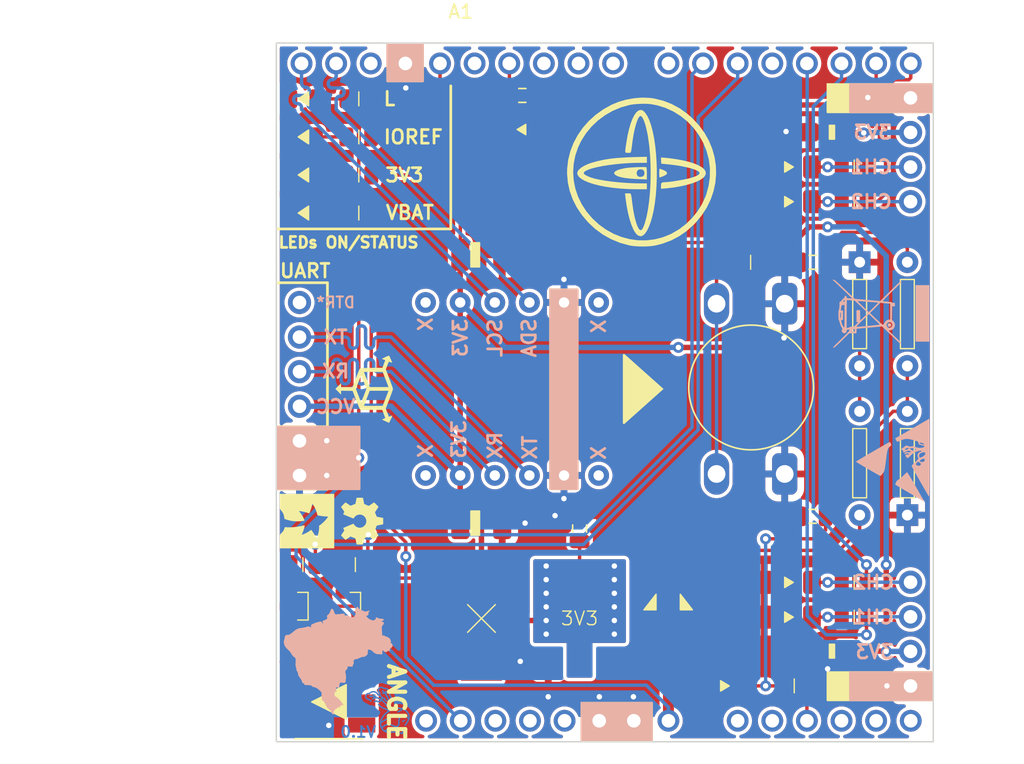
<source format=kicad_pcb>
(kicad_pcb (version 20221018) (generator pcbnew)
  (layers (0 "F.Cu" signal) (31 "B.Cu" signal) (34 "B.Paste" user) (35 "F.Paste" user) (36 "B.SilkS" user "B.Silkscreen") (37 "F.SilkS" user "F.Silkscreen") (38 "B.Mask" user) (39 "F.Mask" user) (44 "Edge.Cuts" user))
  (net 0 "")
  (net 2 "IOREF")
  (net 6 "GND")
  (net 7 "VDD")
  (net 10 "VBAT")
  (net 14 "CH1")
  (net 15 "CH2")
  (net 16 "CH3")
  (net 17 "CH4")
  (net 19 "LED_R")
  (net 20 "LED_B")
  (net 25 "ST")
  (net 27 "LED_L")
  (net 29 "SDA")
  (net 30 "SCL")
  (net 31 "Net-(C1-Pad1)")
  (net 32 "Net-(D1-K)")
  (net 33 "Net-(D3-A)")
  (net 34 "Net-(D4-A)")
  (net 35 "Net-(D5-A)")
  (net 36 "Net-(D6-A)")
  (net 37 "Net-(D7-K)")
  (net 38 "Net-(D8-K)")
  (net 39 "Net-(D9-K)")
  (net 40 "Net-(D10-K)")
  (net 43 "R")
  (net 44 "B")
  (net 45 "+3V3")
  (net 47 "RX")
  (net 48 "TX")
  (net 53 "Net-(Q1-B)")
  (net 54 "Net-(Q2-B)")
  (net 55 "Net-(D11-GA)")
  (net 56 "Net-(D11-RA)")
  (net 57 "Net-(U1-VO)")
  (footprint "Resistor_SMD:R_0805_2012Metric" (layer "F.Cu") (at 136 115.4 180)
    (fp_text reference "R19")
    (fp_text value "1k")
  )
  (footprint "Diode_SMD:D_MiniMELF" (layer "F.Cu") (at 148.25 83.45)
    (fp_text reference "D2")
    (fp_text value "3V3" hide)
  )
  (footprint "Resistor_THT:R_Axial_DIN0207_L6.3mm_D2.5mm_P7.62mm_Horizontal" (layer "F.Cu") (at 173 97 90)
    (fp_text reference "R2" hide)
    (fp_text value "47k" hide)
  )
  (footprint "Resistor_SMD:R_0805_2012Metric" (layer "F.Cu") (at 172.6 86.2)
    (fp_text reference "R16")
    (fp_text value "1k")
  )
  (footprint "PCM_Package_TO_SOT_SMD_AKL:SOT-23" (layer "F.Cu") (at 132.15 118.45)
    (fp_text reference "Q1")
    (fp_text value "BC817" hide)
  )
  (footprint "Resistor_SMD:R_0805_2012Metric" (layer "F.Cu") (at 165 93.2 180)
    (fp_text reference "R9")
    (fp_text value "10k")
  )
  (footprint "Components:IMU" (layer "F.Cu") (at 147.5 102.5 90)
    (fp_text reference "J3")
    (fp_text value "IMU")
  )
  (footprint "Capacitor_SMD:C_0805_2012Metric" (layer "F.Cu") (at 152.45 112.75 90)
    (fp_text reference "C5")
    (fp_text value "1uF")
  )
  (footprint "Connector_PinHeader_2.54mm:PinHeader_1x06_P2.54mm_Horizontal" (layer "F.Cu") (at 131.9 102.5)
    (fp_text reference "J4" hide)
    (fp_text value "Modu" hide)
  )
  (footprint "Capacitor_Tantalum_SMD:CP_EIA-3528-21_Kemet-B" (layer "F.Cu") (at 145.2375 92.65)
    (fp_text reference "C12")
    (fp_text value "1uF")
  )
  (footprint "Logo_Icons:IMU" (layer "F.Cu") (at 157 86.5 180)
    (fp_text reference "G***")
    (fp_text value "LOGO" hide)
  )
  (footprint "Diode_SMD:D_MiniMELF" (layer "F.Cu") (at 167.75 119.25 180)
    (fp_text reference "D7")
    (fp_text value "3V3" hide)
  )
  (footprint "Diode_SMD:D_MiniMELF" (layer "F.Cu") (at 167.75 88.75 180)
    (fp_text reference "D10")
    (fp_text value "3V3" hide)
  )
  (footprint "Capacitor_SMD:C_0805_2012Metric" (layer "F.Cu") (at 169.55 111.85 180)
    (fp_text reference "C2")
    (fp_text value "100nF")
  )
  (footprint "LED_SMD:LED_RGB_5050-6" (layer "F.Cu") (at 134.0612 125.476)
    (fp_text reference "D11")
    (fp_text value "LED_RGB")
  )
  (footprint "Capacitor_Tantalum_SMD:CP_EIA-3216-18_Kemet-A" (layer "F.Cu") (at 170.65 83.65 180)
    (fp_text reference "C10")
    (fp_text value "1uF")
  )
  (footprint "Button_Switch_THT:SW_PUSH-12mm" (layer "F.Cu") (at 162.5 108.74 90)
    (fp_text reference "SW1")
    (fp_text value "Push")
  )
  (footprint "Capacitor_SMD:CP_Elec_4x3.9" (layer "F.Cu") (at 158.95 119.35 90)
    (fp_text reference "C3")
    (fp_text value "10uF")
  )
  (footprint "Logo_Icons:pololu" (layer "F.Cu") (at 132.45 112.2 -90)
    (fp_text reference "G***")
    (fp_text value "LOGO" hide)
  )
  (footprint "Capacitor_Tantalum_SMD:CP_EIA-3528-21_Kemet-B" (layer "F.Cu") (at 145.2375 112.35)
    (fp_text reference "C11")
    (fp_text value "1uF")
  )
  (footprint "Diode_SMD:D_MiniMELF" (layer "F.Cu") (at 167.75 116.7 180)
    (fp_text reference "D8")
    (fp_text value "3V3" hide)
  )
  (footprint "Module:Arduino_UNO_R3" (layer "F.Cu") (at 145 104)
    (fp_text reference "A1")
    (fp_text value "Arduino_UNO_R3")
  )
  (footprint "Capacitor_SMD:C_0805_2012Metric" (layer "F.Cu") (at 148.25 80.95)
    (fp_text reference "C8")
    (fp_text value "100nF")
  )
  (footprint "LED_SMD:LED_0805_2012Metric" (layer "F.Cu") (at 132.1875 81.2)
    (fp_text reference "D6")
    (fp_text value "Y")
  )
  (footprint "Resistor_SMD:R_0805_2012Metric" (layer "F.Cu") (at 136.2515 81.2 180)
    (fp_text reference "R13")
    (fp_text value "1k")
  )
  (footprint "Resistor_SMD:R_0805_2012Metric" (layer "F.Cu") (at 172.6 119.25)
    (fp_text reference "R14")
    (fp_text value "1k")
  )
  (footprint "Capacitor_Tantalum_SMD:CP_EIA-3216-18_Kemet-A" (layer "F.Cu") (at 170.65 121.75 180)
    (fp_text reference "C9")
    (fp_text value "1uF")
  )
  (footprint "LED_SMD:LED_0805_2012Metric" (layer "F.Cu") (at 132.1875 83.994)
    (fp_text reference "D5")
    (fp_text value "G")
  )
  (footprint "Resistor_SMD:R_0805_2012Metric" (layer "F.Cu") (at 136.2515 86.788 180)
    (fp_text reference "R11")
    (fp_text value "1k")
  )
  (footprint "Resistor_SMD:R_0805_2012Metric" (layer "F.Cu") (at 136.2515 83.994 180)
    (fp_text reference "R12")
    (fp_text value "1k")
  )
  (footprint "Resistor_THT:R_Axial_DIN0207_L6.3mm_D2.5mm_P7.62mm_Horizontal" (layer "F.Cu") (at 176.5 97 -90)
    (fp_text reference "R3")
    (fp_text value "47k")
  )
  (footprint "PCM_Package_TO_SOT_SMD_AKL:SOT-23" (layer "F.Cu") (at 136 118.45)
    (fp_text reference "Q2")
    (fp_text value "BC817" hide)
  )
  (footprint "LED_SMD:LED_0805_2012Metric" (layer "F.Cu") (at 132.1875 86.788)
    (fp_text reference "D4")
    (fp_text value "G")
  )
  (footprint "Fuse:Fuseholder_Littelfuse_Nano2_157x" (layer "F.Cu") (at 145.25 119.35 90)
    (fp_text reference "F1")
    (fp_text value "Fuse")
  )
  (footprint "Resistor_SMD:R_0805_2012Metric" (layer "F.Cu") (at 136 121.5 180)
    (fp_text reference "R20")
    (fp_text value "1k")
  )
  (footprint "Connector_PinHeader_2.54mm:PinHeader_1x04_P2.54mm_Vertical" (layer "F.Cu") (at 176.7332 84.9376)
    (fp_text reference "J2")
    (fp_text value "Modu")
  )
  (footprint "Logo_Icons:OSHW" (layer "F.Cu") (at 136.5 112.2 -90)
    (fp_text reference "G***")
    (fp_text value "LOGO" hide)
  )
  (footprint "Resistor_SMD:R_0805_2012Metric" (layer "F.Cu") (at 132.15 121.5 180)
    (fp_text reference "R21")
    (fp_text value "1k")
  )
  (footprint "Capacitor_SMD:C_0805_2012Metric" (layer "F.Cu") (at 169.55 93.2 180)
    (fp_text reference "C1")
    (fp_text value "100nF")
  )
  (footprint "Package_TO_SOT_SMD:SOT-223-3_TabPin2" (layer "F.Cu") (at 152.45 119.35 90)
    (fp_text reference "U1")
    (fp_text value "AMS1117-3.3")
  )
  (footprint "Diode_SMD:D_MiniMELF" (layer "F.Cu") (at 163.05 124.3 180)
    (fp_text reference "D1")
    (fp_text value "3V3" hide)
  )
  (footprint "Resistor_SMD:R_0805_2012Metric" (layer "F.Cu") (at 172.6 116.7)
    (fp_text reference "R15")
    (fp_text value "1k")
  )
  (footprint "Resistor_SMD:R_0805_2012Metric" (layer "F.Cu") (at 136.2515 89.582 180)
    (fp_text reference "R10")
    (fp_text value "10k")
  )
  (footprint "Resistor_SMD:R_0805_2012Metric" (layer "F.Cu") (at 132.15 115.4 180)
    (fp_text reference "R18")
    (fp_text value "1k")
  )
  (footprint "Resistor_THT:R_Axial_DIN0207_L6.3mm_D2.5mm_P7.62mm_Horizontal" (layer "F.Cu") (at 173 107.95 90)
    (fp_text reference "R1")
    (fp_text value "47k")
  )
  (footprint "Logo_Icons:accelerometer" (layer "F.Cu") (at 136.652 102.5144 90)
    (fp_text reference "G***")
    (fp_text value "LOGO" hide)
  )
  (footprint "Diode_SMD:D_MiniMELF" (layer "F.Cu") (at 167.75 86.2 180)
    (fp_text reference "D9")
    (fp_text value "3V3" hide)
  )
  (footprint "Resistor_SMD:R_0805_2012Metric" (layer "F.Cu") (at 168.2 124.3)
    (fp_text reference "R5")
    (fp_text value "1k")
  )
  (footprint "Resistor_THT:R_Axial_DIN0207_L6.3mm_D2.5mm_P7.62mm_Horizontal" (layer "F.Cu") (at 176.5 107.95 -90)
    (fp_text reference "R4")
    (fp_text value "47k")
  )
  (footprint "Connector_PinHeader_2.54mm:PinHeader_1x04_P2.54mm_Vertical" (layer "F.Cu") (at 176.7332 120.4976 180)
    (fp_text reference "J1")
    (fp_text value "Modu")
  )
  (footprint "LED_SMD:LED_0805_2012Metric" (layer "F.Cu") (at 132.1875 89.582)
    (fp_text reference "D3")
    (fp_text value "G")
  )
  (footprint "Resistor_SMD:R_0805_2012Metric" (layer "F.Cu") (at 172.6 88.75)
    (fp_text reference "R17")
    (fp_text value "1k")
  )
  (footprint "Logo_Icons:brazil" (layer "B.Cu") (at 134.747 122.428 180)
    (fp_text reference "G***")
    (fp_text value "LOGO" hide)
  )
  (footprint "Logo_Icons:ESD" (layer "B.Cu") (at 175.5648 107.95 -90)
    (fp_text reference "G***")
    (fp_text value "LOGO" hide)
  )
  (footprint "Logo_Icons:EG" (layer "B.Cu") (at 174.5488 96.9772 -90)
    (fp_text reference "G***")
    (fp_text value "LOGO" hide)
  )
  (footprint "Logo_Icons:nabo" (layer "B.Cu") (at 138.35 126.1 180)
    (fp_text reference "G***")
    (fp_text value "LOGO" hide)
  )
  (gr_rect (start 172.3 80.125) (end 178.3 82.175) (stroke (width 0.15)) (fill solid) (layer "B.SilkS"))
  (gr_rect (start 130.3 105.2746) (end 136.3 109.85) (stroke (width 0.15)) (fill solid) (layer "B.SilkS"))
  (gr_rect (start 152.6 125.55) (end 157.75 128.3) (stroke (width 0.15)) (fill solid) (layer "B.SilkS"))
  (gr_rect (start 150.3 95.2) (end 152.3 109.85) (stroke (width 0.15)) (fill solid) (layer "B.SilkS"))
  (gr_rect (start 138.35 77.2) (end 140.95 79.9) (stroke (width 0.15)) (fill solid) (layer "B.SilkS"))
  (gr_rect (start 172.3 123.3) (end 178.3 125.35) (stroke (width 0.15)) (fill solid) (layer "B.SilkS"))
  (gr_rect (start 138.35 77.2) (end 140.95 79.9) (stroke (width 0.15)) (fill solid) (layer "F.SilkS"))
  (gr_line (start 143 90.75) (end 130.3 90.75) (stroke (width 0.2)) (layer "F.SilkS"))
  (gr_poly (pts (xy 158.5 102.5) (xy 155.7 105) (xy 155.7 100)) (stroke (width 0.15)) (fill solid) (layer "F.SilkS"))
  (gr_line (start 143 80.25) (end 143 90.75) (stroke (width 0.2)) (layer "F.SilkS"))
  (gr_rect (start 152.6 125.55) (end 157.75 128.3) (stroke (width 0.15)) (fill solid) (layer "F.SilkS"))
  (gr_rect (start 130.3 105.2492) (end 133.9628 109.8754) (stroke (width 0.15)) (fill solid) (layer "F.SilkS"))
  (gr_rect (start 170.649 123.3) (end 178.3 125.35) (stroke (width 0.15)) (fill solid) (layer "F.SilkS"))
  (gr_line (start 133.95 109.85) (end 133.95 94.7) (stroke (width 0.2)) (layer "F.SilkS"))
  (gr_rect (start 170.649 80.125) (end 178.3 82.175) (stroke (width 0.15)) (fill solid) (layer "F.SilkS"))
  (gr_rect (start 150.3 95.2) (end 152.3 109.85) (stroke (width 0.15)) (fill solid) (layer "F.SilkS"))
  (gr_line (start 130.25 94.7) (end 133.95 94.7) (stroke (width 0.2)) (layer "F.SilkS"))
  (gr_rect (start 130.2 77.1) (end 178.4 128.4) (stroke (width 0.1)) (fill none) (layer "Edge.Cuts"))
  (gr_text "V1.0" (at 137.6 128.15) (layer "B.Cu") (effects (font (size 0.8 0.8) (thickness 0.15) bold) (justify left bottom mirror)))
  (gr_text "RX" (at 134.55 101.2) (layer "B.SilkS") (effects (font (size 1 1) (thickness 0.2) bold) (justify mirror)))
  (gr_text "DTR*" (at 134.55 96.15) (layer "B.SilkS") (effects (font (size 0.8 0.8)) (justify mirror)))
  (gr_text "3V3" (at 173.95 83.65) (layer "B.SilkS") (effects (font (size 1 1) (thickness 0.2) bold) (justify mirror)))
  (gr_text "3V3" (at 143.6 106.2 90) (layer "B.SilkS") (effects (font (size 1 1) (thickness 0.2) bold) (justify mirror)))
  (gr_text "RX" (at 146.25 106.65 90) (layer "B.SilkS") (effects (font (size 1 1) (thickness 0.2) bold) (justify mirror)))
  (gr_text "TX" (at 148.8 106.8 90) (layer "B.SilkS") (effects (font (size 1 1) (thickness 0.2) bold) (justify mirror)))
  (gr_text "X" (at 141.15 107.05 90) (layer "B.SilkS") (effects (font (size 1 1) (thickness 0.2) bold) (justify mirror)))
  (gr_text "SDA" (at 148.75 98.75 90) (layer "B.SilkS") (effects (font (size 1 1) (thickness 0.2) bold) (justify mirror)))
  (gr_text "CH1" (at 174 119.25) (layer "B.SilkS") (effects (font (size 1 1) (thickness 0.2) bold) (justify mirror)))
  (gr_text "CH2" (at 174 116.7) (layer "B.SilkS") (effects (font (size 1 1) (thickness 0.2) bold) (justify mirror)))
  (gr_text "VCC" (at 134.55 103.8) (layer "B.SilkS") (effects (font (size 1 1) (thickness 0.2) bold) (justify mirror)))
  (gr_text "CH1" (at 173.85 86.2) (layer "B.SilkS") (effects (font (size 1 1) (thickness 0.2) bold) (justify mirror)))
  (gr_text "SCL" (at 146.25 98.75 90) (layer "B.SilkS") (effects (font (size 1 1) (thickness 0.2) bold) (justify mirror)))
  (gr_text "X" (at 141.15 97.75 90) (layer "B.SilkS") (effects (font (size 1 1) (thickness 0.2) bold) (justify mirror)))
  (gr_text "X" (at 153.85 97.9 90) (layer "B.SilkS") (effects (font (size 1 1) (thickness 0.2) bold) (justify mirror)))
  (gr_text "TX" (at 134.55 98.7) (layer "B.SilkS") (effects (font (size 1 1) (thickness 0.2) bold) (justify mirror)))
  (gr_text "CH2" (at 173.85 88.75) (layer "B.SilkS") (effects (font (size 1 1) (thickness 0.2) bold) (justify mirror)))
  (gr_text "3V3" (at 143.7 98.75 90) (layer "B.SilkS") (effects (font (size 1 1) (thickness 0.2) bold) (justify mirror)))
  (gr_text "3V3" (at 174.1 121.8) (layer "B.SilkS") (effects (font (size 1 1) (thickness 0.2) bold) (justify mirror)))
  (gr_text "X" (at 153.85 107.2 90) (layer "B.SilkS") (effects (font (size 1 1) (thickness 0.2) bold) (justify mirror)))
  (gr_text "ANGLE" (at 139 125.5 270) (layer "F.SilkS") (effects (font (size 1.2 1.2) (thickness 0.3) bold)))
  (gr_text "LEDs ON/STATUS" (at 135.5 91.7448) (layer "F.SilkS") (effects (font (size 0.8 0.8) (thickness 0.2) bold)))
  (gr_text "3V3" (at 139.6 86.8) (layer "F.SilkS") (effects (font (size 1 1) (thickness 0.2) bold)))
  (gr_text "L" (at 138.5 81.2) (layer "F.SilkS") (effects (font (size 1 1) (thickness 0.2) bold)))
  (gr_text "IOREF" (at 140.25 84) (layer "F.SilkS") (effects (font (size 1 1) (thickness 0.2) bold)))
  (gr_text "VBAT" (at 140 89.55) (layer "F.SilkS") (effects (font (size 1 1) (thickness 0.2) bold)))
  (gr_text "UART" (at 130.35 93.8276) (layer "F.SilkS") (effects (font (size 1 1) (thickness 0.2) bold) (justify left)))
  (segment (start 137.164 84.136) (end 137.164 83.994) (width 0.25) (layer "F.Cu") (net 2))
  (segment (start 136.25 107.55) (end 136.25 85.05) (width 0.25) (layer "F.Cu") (net 2))
  (segment (start 136.25 85.05) (end 137.164 84.136) (width 0.25) (layer "F.Cu") (net 2))
  (via (at 136.25 107.55) (size 0.8) (drill 0.4) (layers "F.Cu" "B.Cu") (net 2))
  (segment (start 136.25 107.55) (end 136.25 108.2) (width 0.25) (layer "B.Cu") (net 2))
  (segment (start 136.25 108.2) (end 131.65 112.8) (width 0.25) (layer "B.Cu") (net 2))
  (segment (start 131.65 114.78) (end 143.73 126.86) (width 0.25) (layer "B.Cu") (net 2))
  (segment (start 131.65 112.8) (end 131.65 114.78) (width 0.25) (layer "B.Cu") (net 2))
  (via (at 156.4 125.1) (size 0.8) (drill 0.4) (layers "F.Cu" "B.Cu") (net 6))
  (via (at 153.9 125.1) (size 0.8) (drill 0.4) (layers "F.Cu" "B.Cu") (net 6))
  (via (at 167.45 98.75) (size 0.8) (drill 0.4) (layers "F.Cu" "B.Cu") (net 6))
  (via (at 170.65 123.05) (size 0.8) (drill 0.4) (layers "F.Cu" "B.Cu") (net 6))
  (via (at 148.1 122.5) (size 0.8) (drill 0.4) (layers "F.Cu" "B.Cu") (net 6))
  (via (at 150.65 111.8) (size 0.8) (drill 0.4) (layers "F.Cu" "B.Cu") (net 6))
  (via (at 151.3 110.55) (size 0.8) (drill 0.4) (layers "F.Cu" "B.Cu") (net 6))
  (via (at 150.15 125.1) (size 0.8) (drill 0.4) (layers "F.Cu" "B.Cu") (net 6))
  (via (at 133.9 106.3) (size 0.8) (drill 0.4) (layers "F.Cu" "B.Cu") (net 6))
  (via (at 139.7 80.4) (size 0.8) (drill 0.4) (layers "F.Cu" "B.Cu") (net 6))
  (via (at 173.6 81.1) (size 0.8) (drill 0.4) (layers "F.Cu" "B.Cu") (net 6))
  (via (at 134.05 127.2) (size 0.8) (drill 0.4) (layers "F.Cu" "B.Cu") (net 6))
  (via (at 133.9 108.85) (size 0.8) (drill 0.4) (layers "F.Cu" "B.Cu") (net 6))
  (via (at 148.45 112.35) (size 0.8) (drill 0.4) (layers "F.Cu" "B.Cu") (net 6))
  (via (at 151.3 94.45) (size 0.8) (drill 0.4) (layers "F.Cu" "B.Cu") (net 6))
  (via (at 175 124.3) (size 0.8) (drill 0.4) (layers "F.Cu" "B.Cu") (net 6))
  (via (at 167.6 83.6) (size 0.8) (drill 0.4) (layers "F.Cu" "B.Cu") (net 6))
  (segment (start 158.97 121.17) (end 158.95 121.15) (width 0.25) (layer "F.Cu") (net 7))
  (segment (start 157.45 121.15) (end 158.95 121.15) (width 0.8) (layer "F.Cu") (net 7))
  (segment (start 139.7 114.8) (end 139.7 113.75) (width 0.25) (layer "F.Cu") (net 7))
  (segment (start 160.05 121.15) (end 161.1 120.1) (width 0.25) (layer "F.Cu") (net 7))
  (segment (start 154.75 122.5) (end 156.1 122.5) (width 0.8) (layer "F.Cu") (net 7))
  (segment (start 173 112.85) (end 173 111.76) (width 0.25) (layer "F.Cu") (net 7))
  (segment (start 139.7 113.75) (end 137.164 111.214) (width 0.25) (layer "F.Cu") (net 7))
  (segment (start 161.1 115.8) (end 162.55 114.35) (width 0.25) (layer "F.Cu") (net 7))
  (segment (start 158.95 121.15) (end 160.05 121.15) (width 0.25) (layer "F.Cu") (net 7))
  (segment (start 161.1 120.1) (end 161.1 115.8) (width 0.25) (layer "F.Cu") (net 7))
  (segment (start 162.55 114.35) (end 171.5 114.35) (width 0.25) (layer "F.Cu") (net 7))
  (segment (start 171.5 114.35) (end 173 112.85) (width 0.25) (layer "F.Cu") (net 7))
  (segment (start 137.164 111.214) (end 137.164 89.582) (width 0.25) (layer "F.Cu") (net 7))
  (segment (start 156.1 122.5) (end 157.45 121.15) (width 0.8) (layer "F.Cu") (net 7))
  (segment (start 158.97 126.86) (end 158.97 121.17) (width 0.8) (layer "F.Cu") (net 7))
  (via (at 139.7 114.8) (size 0.8) (drill 0.4) (layers "F.Cu" "B.Cu") (net 7))
  (segment (start 158.97 125.87) (end 158.97 126.86) (width 0.25) (layer "B.Cu") (net 7))
  (segment (start 141.756396 124.25) (end 157.35 124.25) (width 0.25) (layer "B.Cu") (net 7))
  (segment (start 139.7 114.8) (end 139.7 122.193604) (width 0.25) (layer "B.Cu") (net 7))
  (segment (start 157.35 124.25) (end 158.97 125.87) (width 0.25) (layer "B.Cu") (net 7))
  (segment (start 139.7 122.193604) (end 141.756396 124.25) (width 0.25) (layer "B.Cu") (net 7))
  (segment (start 169.13 126.86) (end 169.13 124.3175) (width 0.25) (layer "F.Cu") (net 10))
  (segment (start 169.13 124.3175) (end 169.1125 124.3) (width 0.25) (layer "F.Cu") (net 10))
  (segment (start 176.75 78.6) (end 176.75 79.65) (width 0.25) (layer "F.Cu") (net 14))
  (segment (start 175.55 79.8) (end 174.9 80.45) (width 0.25) (layer "F.Cu") (net 14))
  (segment (start 176.6 79.8) (end 175.55 79.8) (width 0.25) (layer "F.Cu") (net 14))
  (segment (start 174.9 80.45) (end 174.9 88.15) (width 0.25) (layer "F.Cu") (net 14))
  (segment (start 176.75 79.65) (end 176.6 79.8) (width 0.25) (layer "F.Cu") (net 14))
  (segment (start 174.3 88.75) (end 173.5125 88.75) (width 0.25) (layer "F.Cu") (net 14))
  (segment (start 174.9 88.15) (end 174.3 88.75) (width 0.25) (layer "F.Cu") (net 14))
  (segment (start 174.45 84.3) (end 173.5125 85.2375) (width 0.25) (layer "F.Cu") (net 15))
  (segment (start 174.21 80.21) (end 174.45 80.45) (width 0.25) (layer "F.Cu") (net 15))
  (segment (start 174.21 78.6) (end 174.21 80.21) (width 0.25) (layer "F.Cu") (net 15))
  (segment (start 173.5125 85.2375) (end 173.5125 86.2) (width 0.25) (layer "F.Cu") (net 15))
  (segment (start 174.45 80.45) (end 174.45 84.3) (width 0.25) (layer "F.Cu") (net 15))
  (segment (start 173.5 116.6875) (end 173.5125 116.7) (width 0.25) (layer "F.Cu") (net 16))
  (segment (start 173.5 115.4) (end 173.5 116.6875) (width 0.25) (layer "F.Cu") (net 16))
  (via (at 173.5 115.4) (size 0.8) (drill 0.4) (layers "F.Cu" "B.Cu") (net 16))
  (segment (start 171.67 79.68) (end 169.6 81.75) (width 0.25) (layer "B.Cu") (net 16))
  (segment (start 171.67 78.6) (end 171.67 79.68) (width 0.25) (layer "B.Cu") (net 16))
  (segment (start 169.6 81.75) (end 169.6 111.5) (width 0.25) (layer "B.Cu") (net 16))
  (segment (start 169.6 111.5) (end 173.5 115.4) (width 0.25) (layer "B.Cu") (net 16))
  (segment (start 173.5 120.55) (end 173.5 119.2625) (width 0.25) (layer "F.Cu") (net 17))
  (segment (start 173.5 119.2625) (end 173.5125 119.25) (width 0.25) (layer "F.Cu") (net 17))
  (via (at 173.5 120.55) (size 0.8) (drill 0.4) (layers "F.Cu" "B.Cu") (net 17))
  (segment (start 169.15 119.15) (end 170.55 120.55) (width 0.25) (layer "B.Cu") (net 17))
  (segment (start 169.13 78.6) (end 169.15 78.62) (width 0.25) (layer "B.Cu") (net 17))
  (segment (start 170.55 120.55) (end 173.5 120.55) (width 0.25) (layer "B.Cu") (net 17))
  (segment (start 169.15 78.62) (end 169.15 119.15) (width 0.25) (layer "B.Cu") (net 17))
  (segment (start 133.0625 113.9125) (end 133.05 113.9) (width 0.25) (layer "F.Cu") (net 19))
  (segment (start 133.0625 115.4) (end 133.0625 113.9125) (width 0.25) (layer "F.Cu") (net 19))
  (via (at 133.05 113.9) (size 0.8) (drill 0.4) (layers "F.Cu" "B.Cu") (net 19))
  (segment (start 133.075 113.925) (end 152.725 113.925) (width 0.25) (layer "B.Cu") (net 19))
  (segment (start 161.15 82.55) (end 164.05 79.65) (width 0.25) (layer "B.Cu") (net 19))
  (segment (start 152.725 113.925) (end 161.15 105.5) (width 0.25) (layer "B.Cu") (net 19))
  (segment (start 161.15 105.5) (end 161.15 82.55) (width 0.25) (layer "B.Cu") (net 19))
  (segment (start 133.05 113.9) (end 133.075 113.925) (width 0.25) (layer "B.Cu") (net 19))
  (segment (start 164.05 79.65) (end 164.05 78.6) (width 0.25) (layer "B.Cu") (net 19))
  (segment (start 136.95 113.2) (end 136.9125 113.2375) (width 0.25) (layer "F.Cu") (net 20))
  (segment (start 136.9125 113.2375) (end 136.9125 115.4) (width 0.25) (layer "F.Cu") (net 20))
  (via (at 136.95 113.2) (size 0.8) (drill 0.4) (layers "F.Cu" "B.Cu") (net 20))
  (segment (start 136.95 113.2) (end 152.813604 113.2) (width 0.25) (layer "B.Cu") (net 20))
  (segment (start 160.7 105.313604) (end 160.7 79.41) (width 0.25) (layer "B.Cu") (net 20))
  (segment (start 160.7 79.41) (end 161.51 78.6) (width 0.25) (layer "B.Cu") (net 20))
  (segment (start 152.813604 113.2) (end 160.7 105.313604) (width 0.25) (layer "B.Cu") (net 20))
  (segment (start 162.5 94.05) (end 163.35 93.2) (width 0.25) (layer "F.Cu") (net 25))
  (segment (start 146.5 83.45) (end 146.5 81.15) (width 0.25) (layer "F.Cu") (net 25))
  (segment (start 163.35 93.2) (end 164.0875 93.2) (width 0.25) (layer "F.Cu") (net 25))
  (segment (start 147.3 78.61) (end 147.29 78.6) (width 0.25) (layer "F.Cu") (net 25))
  (segment (start 146.7 80.95) (end 147.3 80.95) (width 0.25) (layer "F.Cu") (net 25))
  (segment (start 146.5 84.55) (end 146.5 83.45) (width 0.25) (layer "F.Cu") (net 25))
  (segment (start 162.5 96.24) (end 162.5 94.05) (width 0.25) (layer "F.Cu") (net 25))
  (segment (start 147.3 80.95) (end 147.3 78.61) (width 0.25) (layer "F.Cu") (net 25))
  (segment (start 146.5 81.15) (end 146.7 80.95) (width 0.25) (layer "F.Cu") (net 25))
  (segment (start 163.6 91.75) (end 153.7 91.75) (width 0.25) (layer "F.Cu") (net 25))
  (segment (start 153.7 91.75) (end 146.5 84.55) (width 0.25) (layer "F.Cu") (net 25))
  (segment (start 164.0875 93.2) (end 164.0875 92.2375) (width 0.25) (layer "F.Cu") (net 25))
  (segment (start 164.0875 92.2375) (end 163.6 91.75) (width 0.25) (layer "F.Cu") (net 25))
  (segment (start 162.5 108.74) (end 162.5 96.24) (width 0.25) (layer "B.Cu") (net 25))
  (segment (start 142.21 79.69) (end 142.21 78.6) (width 0.25) (layer "F.Cu") (net 27))
  (segment (start 137.164 81.2) (end 140.7 81.2) (width 0.25) (layer "F.Cu") (net 27))
  (segment (start 140.7 81.2) (end 142.21 79.69) (width 0.25) (layer "F.Cu") (net 27))
  (segment (start 134.59 78.6) (end 134.59 79.5) (width 0.25) (layer "B.Cu") (net 29))
  (segment (start 134.299404 80.4) (end 134.299405 80.4) (width 0.25) (layer "B.Cu") (net 29))
  (segment (start 134.59 81.3) (end 134.59 81.97) (width 0.25) (layer "B.Cu") (net 29))
  (segment (start 134.59 81.97) (end 148.77 96.15) (width 0.25) (layer "B.Cu") (net 29))
  (segment (start 134.299405 80.4) (end 134.880607 80.4) (width 0.25) (layer "B.Cu") (net 29))
  (segment (start 134.008809 80.08119) (end 134.008809 80.109405) (width 0.25) (layer "B.Cu") (net 29))
  (segment (start 135.171214 80.690607) (end 135.171214 80.709393) (width 0.25) (layer "B.Cu") (net 29))
  (segment (start 134.59 81.290607) (end 134.59 81.3) (width 0.25) (layer "B.Cu") (net 29))
  (segment (start 134.299405 79.790595) (end 134.299404 79.790595) (width 0.25) (layer "B.Cu") (net 29))
  (arc (start 134.59 79.5) (mid 134.504887 79.705482) (end 134.299405 79.790595) (width 0.25) (layer "B.Cu") (net 29))
  (arc (start 134.299404 79.790595) (mid 134.093922 79.875708) (end 134.008809 80.08119) (width 0.25) (layer "B.Cu") (net 29))
  (arc (start 135.171214 80.709393) (mid 135.086097 80.914883) (end 134.880607 81) (width 0.25) (layer "B.Cu") (net 29))
  (arc (start 134.880607 80.4) (mid 135.086097 80.485117) (end 135.171214 80.690607) (width 0.25) (layer "B.Cu") (net 29))
  (arc (start 134.008809 80.109405) (mid 134.093922 80.314887) (end 134.299404 80.4) (width 0.25) (layer "B.Cu") (net 29))
  (arc (start 134.880607 81) (mid 134.675117 81.085117) (end 134.59 81.290607) (width 0.25) (layer "B.Cu") (net 29))
  (segment (start 132.340595 80.95) (end 131.759393 80.95) (width 0.25) (layer "B.Cu") (net 30))
  (segment (start 132.05 81.85) (end 132.05 81.97) (width 0.25) (layer "B.Cu") (net 30))
  (segment (start 132.631191 80.63119) (end 132.631191 80.659405) (width 0.25) (layer "B.Cu") (net 30))
  (segment (start 131.468786 81.240607) (end 131.468786 81.259393) (width 0.25) (layer "B.Cu") (net 30))
  (segment (start 132.05 78.6) (end 132.05 80.05) (width 0.25) (layer "B.Cu") (net 30))
  (segment (start 132.340596 80.95) (end 132.340595 80.95) (width 0.25) (layer "B.Cu") (net 30))
  (segment (start 132.05 81.97) (end 146.23 96.15) (width 0.25) (layer "B.Cu") (net 30))
  (segment (start 132.340595 80.340595) (end 132.340596 80.340595) (width 0.25) (layer "B.Cu") (net 30))
  (segment (start 132.05 81.840607) (end 132.05 81.85) (width 0.25) (layer "B.Cu") (net 30))
  (arc (start 132.631191 80.659405) (mid 132.546078 80.864887) (end 132.340596 80.95) (width 0.25) (layer "B.Cu") (net 30))
  (arc (start 131.759393 80.95) (mid 131.553903 81.035117) (end 131.468786 81.240607) (width 0.25) (layer "B.Cu") (net 30))
  (arc (start 131.468786 81.259393) (mid 131.553903 81.464883) (end 131.759393 81.55) (width 0.25) (layer "B.Cu") (net 30))
  (arc (start 132.05 80.05) (mid 132.135113 80.255482) (end 132.340595 80.340595) (width 0.25) (layer "B.Cu") (net 30))
  (arc (start 132.340596 80.340595) (mid 132.546078 80.425708) (end 132.631191 80.63119) (width 0.25) (layer "B.Cu") (net 30))
  (arc (start 131.759393 81.55) (mid 131.964883 81.635117) (end 132.05 81.840607) (width 0.25) (layer "B.Cu") (net 30))
  (segment (start 170.5 94.2) (end 170.5 93.2) (width 0.25) (layer "F.Cu") (net 31))
  (segment (start 176.5 92.15) (end 176.5 93.19) (width 0.25) (layer "F.Cu") (net 31))
  (segment (start 170.5 92.215) (end 171.715 91) (width 0.25) (layer "F.Cu") (net 31))
  (segment (start 173 100.81) (end 173 104.14) (width 0.25) (layer "F.Cu") (net 31))
  (segment (start 173 96.7) (end 170.5 94.2) (width 0.25) (layer "F.Cu") (net 31))
  (segment (start 170.5 93.2) (end 170.5 92.215) (width 0.25) (layer "F.Cu") (net 31))
  (segment (start 171.715 91) (end 175.35 91) (width 0.25) (layer "F.Cu") (net 31))
  (segment (start 173 100.81) (end 173 96.7) (width 0.25) (layer "F.Cu") (net 31))
  (segment (start 175.35 91) (end 176.5 92.15) (width 0.25) (layer "F.Cu") (net 31))
  (segment (start 166.1 124.3) (end 164.8 124.3) (width 0.25) (layer "F.Cu") (net 32))
  (segment (start 176.5 100.81) (end 176.5 104.14) (width 0.25) (layer "F.Cu") (net 32))
  (segment (start 167.2875 124.3) (end 166.1 124.3) (width 0.25) (layer "F.Cu") (net 32))
  (segment (start 169.85 113.5) (end 170.5 112.85) (width 0.25) (layer "F.Cu") (net 32))
  (segment (start 170.5 112.85) (end 170.5 111.85) (width 0.25) (layer "F.Cu") (net 32))
  (segment (start 170.5 111.85) (end 170.5 109.1) (width 0.25) (layer "F.Cu") (net 32))
  (segment (start 175.46 104.14) (end 176.5 104.14) (width 0.25) (layer "F.Cu") (net 32))
  (segment (start 170.5 109.1) (end 175.46 104.14) (width 0.25) (layer "F.Cu") (net 32))
  (segment (start 166.1 113.5) (end 169.85 113.5) (width 0.25) (layer "F.Cu") (net 32))
  (via (at 166.1 113.5) (size 0.8) (drill 0.4) (layers "F.Cu" "B.Cu") (net 32))
  (via (at 166.1 124.3) (size 0.8) (drill 0.4) (layers "F.Cu" "B.Cu") (net 32))
  (segment (start 166.1 113.5) (end 166.1 124.3) (width 0.25) (layer "B.Cu") (net 32))
  (segment (start 135.339 89.582) (end 133.125 89.582) (width 0.25) (layer "F.Cu") (net 33))
  (segment (start 133.125 86.788) (end 135.339 86.788) (width 0.25) (layer "F.Cu") (net 34))
  (segment (start 133.125 83.994) (end 135.339 83.994) (width 0.25) (layer "F.Cu") (net 35))
  (segment (start 133.125 81.2) (end 135.339 81.2) (width 0.25) (layer "F.Cu") (net 36))
  (segment (start 169.5 119.25) (end 170.65 119.25) (width 0.25) (layer "F.Cu") (net 37))
  (segment (start 170.65 119.25) (end 171.6875 119.25) (width 0.25) (layer "F.Cu") (net 37))
  (via (at 170.65 119.25) (size 0.8) (drill 0.4) (layers "F.Cu" "B.Cu") (net 37))
  (segment (start 176.7332 119.2276) (end 170.6724 119.2276) (width 0.25) (layer "B.Cu") (net 37))
  (segment (start 170.6724 119.2276) (end 170.65 119.25) (width 0.25) (layer "B.Cu") (net 37))
  (segment (start 169.5 116.7) (end 170.65 116.7) (width 0.25) (layer "F.Cu") (net 38))
  (segment (start 170.65 116.7) (end 171.6875 116.7) (width 0.25) (layer "F.Cu") (net 38))
  (via (at 170.65 116.7) (size 0.8) (drill 0.4) (layers "F.Cu" "B.Cu") (net 38))
  (segment (start 170.6624 116.6876) (end 170.65 116.7) (width 0.25) (layer "B.Cu") (net 38))
  (segment (start 176.7332 116.6876) (end 170.6624 116.6876) (width 0.25) (layer "B.Cu") (net 38))
  (segment (start 169.5 86.2) (end 170.65 86.2) (width 0.25) (layer "F.Cu") (net 39))
  (segment (start 170.65 86.2) (end 171.6875 86.2) (width 0.25) (layer "F.Cu") (net 39))
  (via (at 170.65 86.2) (size 0.8) (drill 0.4) (layers "F.Cu" "B.Cu") (net 39))
  (segment (start 176.7332 86.2076) (end 170.6576 86.2076) (width 0.25) (layer "B.Cu") (net 39))
  (segment (start 170.6576 86.2076) (end 170.65 86.2) (width 0.25) (layer "B.Cu") (net 39))
  (segment (start 170.65 88.75) (end 171.6875 88.75) (width 0.25) (layer "F.Cu") (net 40))
  (segment (start 170.65 88.75) (end 169.5 88.75) (width 0.25) (layer "F.Cu") (net 40))
  (via (at 170.65 88.75) (size 0.8) (drill 0.4) (layers "F.Cu" "B.Cu") (net 40))
  (segment (start 176.7332 88.7476) (end 170.6524 88.7476) (width 0.25) (layer "B.Cu") (net 40))
  (segment (start 170.6524 88.7476) (end 170.65 88.75) (width 0.25) (layer "B.Cu") (net 40))
  (segment (start 131.2375 121.5) (end 131.2375 119.4875) (width 0.25) (layer "F.Cu") (net 43))
  (segment (start 131.2375 119.4875) (end 131.15 119.4) (width 0.25) (layer "F.Cu") (net 43))
  (segment (start 135.0875 119.4875) (end 135 119.4) (width 0.25) (layer "F.Cu") (net 44))
  (segment (start 135.0875 121.5) (end 135.0875 119.4875) (width 0.25) (layer "F.Cu") (net 44))
  (segment (start 172.05 83.7) (end 172 83.65) (width 0.25) (layer "F.Cu") (net 45))
  (segment (start 133.15 118.45) (end 137 118.45) (width 0.25) (layer "F.Cu") (net 45))
  (segment (start 170.65 90.6) (end 169.3 90.6) (width 0.4) (layer "F.Cu") (net 45))
  (segment (start 143.69 96.15) (end 143.69 92.66) (width 0.4) (layer "F.Cu") (net 45))
  (segment (start 137.164 86.788) (end 141.838 86.788) (width 0.25) (layer "F.Cu") (net 45))
  (segment (start 174.9324 121.75) (end 172 121.75) (width 0.4) (layer "F.Cu") (net 45))
  (segment (start 164.8 98.2) (end 164.8 94.45) (width 0.4) (layer "F.Cu") (net 45))
  (segment (start 138.4645 116.3855) (end 145.25 116.3855) (width 0.25) (layer "F.Cu") (net 45))
  (segment (start 145.25 112.75) (end 144.85 112.35) (width 0.4) (layer "F.Cu") (net 45))
  (segment (start 165.9125 92.2125) (end 165.9125 93.2) (width 0.4) (layer "F.Cu") (net 45))
  (segment (start 143.69 108.85) (end 143.69 112.34) (width 0.4) (layer "F.Cu") (net 45))
  (segment (start 166.9 81.65) (end 164.6 83.95) (width 0.4) (layer "F.Cu") (net 45))
  (segment (start 143.69 92.66) (end 143.7 92.65) (width 0.4) (layer "F.Cu") (net 45))
  (segment (start 137 117.85) (end 138.4645 116.3855) (width 0.25) (layer "F.Cu") (net 45))
  (segment (start 144.85 112.35) (end 143.7 112.35) (width 0.4) (layer "F.Cu") (net 45))
  (segment (start 143.7 88.65) (end 143.7 92.65) (width 0.25) (layer "F.Cu") (net 45))
  (segment (start 145.25 116.3855) (end 145.25 112.75) (width 0.4) (layer "F.Cu") (net 45))
  (segment (start 164.6 90.9) (end 165.9125 92.2125) (width 0.4) (layer "F.Cu") (net 45))
  (segment (start 174.95 121.7676) (end 174.9324 121.75) (width 0.4) (layer "F.Cu") (net 45))
  (segment (start 173.3 83.7) (end 172.05 83.7) (width 0.4) (layer "F.Cu") (net 45))
  (segment (start 172 83.65) (end 172 82.7) (width 0.4) (layer "F.Cu") (net 45))
  (segment (start 164.6 83.95) (end 164.6 90.9) (width 0.4) (layer "F.Cu") (net 45))
  (segment (start 141.838 86.788) (end 143.7 88.65) (width 0.25) (layer "F.Cu") (net 45))
  (segment (start 170.95 81.65) (end 166.9 81.65) (width 0.4) (layer "F.Cu") (net 45))
  (segment (start 172 82.7) (end 170.95 81.65) (width 0.4) (layer "F.Cu") (net 45))
  (segment (start 159.7 99.45) (end 163.55 99.45) (width 0.4) (layer "F.Cu") (net 45))
  (segment (start 164.8 94.45) (end 165.9125 93.3375) (width 0.4) (layer "F.Cu") (net 45))
  (segment (start 163.55 99.45) (end 164.8 98.2) (width 0.4) (layer "F.Cu") (net 45))
  (segment (start 143.69 112.34) (end 143.7 112.35) (width 0.4) (layer "F.Cu") (net 45))
  (segment (start 137 118.45) (end 137 117.85) (width 0.25) (layer "F.Cu") (net 45))
  (segment (start 166.7 93.2) (end 165.9125 93.2) (width 0.4) (layer "F.Cu") (net 45))
  (segment (start 174.95 121.7676) (end 174.95 115.4) (width 0.4) (layer "F.Cu") (net 45))
  (segment (start 143.69 108.85) (end 143.69 96.15) (width 0.4) (layer "F.Cu") (net 45))
  (segment (start 169.3 90.6) (end 166.7 93.2) (width 0.4) (layer "F.Cu") (net 45))
  (segment (start 165.9125 93.3375) (end 165.9125 93.2) (width 0.4) (layer "F.Cu") (net 45))
  (via (at 159.7 99.45) (size 0.8) (drill 0.4) (layers "F.Cu" "B.Cu") (net 45))
  (via (at 174.95 115.4) (size 0.8) (drill 0.4) (layers "F.Cu" "B.Cu") (net 45))
  (via (at 170.65 90.6) (size 0.8) (drill 0.4) (layers "F.Cu" "B.Cu") (net 45))
  (via (at 173.3 83.7) (size 0.8) (drill 0.4) (layers "F.Cu" "B.Cu") (net 45))
  (via (at 174.95 121.7676) (size 0.8) (drill 0.4) (layers "F.Cu" "B.Cu") (net 45))
  (segment (start 143.69 108.85) (end 138.61 103.77) (width 0.4) (layer "B.Cu") (net 45))
  (segment (start 173.3324 83.6676) (end 173.3 83.7) (width 0.25) (layer "B.Cu") (net 45))
  (segment (start 138.61 103.77) (end 131.9 103.77) (width 0.4) (layer "B.Cu") (net 45))
  (segment (start 146.99 99.45) (end 159.7 99.45) (width 0.4) (layer "B.Cu") (net 45))
  (segment (start 174.95 121.7676) (end 176.7332 121.7676) (width 0.4) (layer "B.Cu") (net 45))
  (segment (start 176.7332 83.6676) (end 173.3324 83.6676) (width 0.4) (layer "B.Cu") (net 45))
  (segment (start 143.69 96.15) (end 146.99 99.45) (width 0.4) (layer "B.Cu") (net 45))
  (segment (start 172.81 90.6) (end 170.65 90.6) (width 0.4) (layer "B.Cu") (net 45))
  (segment (start 174.95 115.4) (end 174.95 92.74) (width 0.4) (layer "B.Cu") (net 45))
  (segment (start 174.95 92.74) (end 172.81 90.6) (width 0.4) (layer "B.Cu") (net 45))
  (segment (start 136.15 100.624117) (end 136.15 101.23) (width 0.25) (layer "B.Cu") (net 47))
  (segment (start 134.95 100.624117) (end 134.95 100.93) (width 0.25) (layer "B.Cu") (net 47))
  (segment (start 136.75 101.23) (end 136.75 100.62414) (width 0.25) (layer "B.Cu") (net 47))
  (segment (start 131.9 101.23) (end 134.05 101.23) (width 0.25) (layer "B.Cu") (net 47))
  (segment (start 137.35 100.62414) (end 137.35 100.93) (width 0.25) (layer "B.Cu") (net 47))
  (segment (start 136.75 101.835883) (end 136.75 101.23) (width 0.25) (layer "B.Cu") (net 47))
  (segment (start 136.15 101.23) (end 136.15 101.835883) (width 0.25) (layer "B.Cu") (net 47))
  (segment (start 135.55 101.835883) (end 135.55 101.23) (width 0.25) (layer "B.Cu") (net 47))
  (segment (start 134.95 100.93) (end 134.95 101.835883) (width 0.25) (layer "B.Cu") (net 47))
  (segment (start 134.35 100.93) (end 134.35 100.624117) (width 0.25) (layer "B.Cu") (net 47))
  (segment (start 135.55 101.23) (end 135.55 100.624117) (width 0.25) (layer "B.Cu") (net 47))
  (segment (start 138.61 101.23) (end 146.23 108.85) (width 0.25) (layer "B.Cu") (net 47))
  (segment (start 137.65 101.23) (end 138.61 101.23) (width 0.25) (layer "B.Cu") (net 47))
  (arc (start 135.25 102.135883) (mid 135.462132 102.048015) (end 135.55 101.835883) (width 0.25) (layer "B.Cu") (net 47))
  (arc (start 136.15 101.835883) (mid 136.237868 102.048015) (end 136.45 102.135883) (width 0.25) (layer "B.Cu") (net 47))
  (arc (start 134.05 101.23) (mid 134.262132 101.142132) (end 134.35 100.93) (width 0.25) (layer "B.Cu") (net 47))
  (arc (start 135.85 100.324117) (mid 136.062132 100.411985) (end 136.15 100.624117) (width 0.25) (layer "B.Cu") (net 47))
  (arc (start 137.05 100.32414) (mid 137.262132 100.412008) (end 137.35 100.62414) (width 0.25) (layer "B.Cu") (net 47))
  (arc (start 135.55 100.624117) (mid 135.637868 100.411985) (end 135.85 100.324117) (width 0.25) (layer "B.Cu") (net 47))
  (arc (start 136.75 100.62414) (mid 136.837868 100.412008) (end 137.05 100.32414) (width 0.25) (layer "B.Cu") (net 47))
  (arc (start 134.95 101.835883) (mid 135.037868 102.048015) (end 135.25 102.135883) (width 0.25) (layer "B.Cu") (net 47))
  (arc (start 136.45 102.135883) (mid 136.662132 102.048015) (end 136.75 101.835883) (width 0.25) (layer "B.Cu") (net 47))
  (arc (start 134.35 100.624117) (mid 134.437868 100.411985) (end 134.65 100.324117) (width 0.25) (layer "B.Cu") (net 47))
  (arc (start 137.35 100.93) (mid 137.437868 101.142132) (end 137.65 101.23) (width 0.25) (layer "B.Cu") (net 47))
  (arc (start 134.65 100.324117) (mid 134.862132 100.411985) (end 134.95 100.624117) (width 0.25) (layer "B.Cu") (net 47))
  (segment (start 136.75 98.69) (end 136.75 99.215293) (width 0.25) (layer "B.Cu") (net 48))
  (segment (start 138.468205 98.69) (end 138.61 98.69) (width 0.25) (layer "B.Cu") (net 48))
  (segment (start 131.9 98.69) (end 135.25 98.69) (width 0.25) (layer "B.Cu") (net 48))
  (segment (start 136.15 99.21527) (end 136.15 98.99) (width 0.25) (layer "B.Cu") (net 48))
  (segment (start 136.15 98.99) (end 136.15 98.16473) (width 0.25) (layer "B.Cu") (net 48))
  (segment (start 138.61 98.69) (end 148.77 108.85) (width 0.25) (layer "B.Cu") (net 48))
  (segment (start 135.55 98.99) (end 135.55 99.21527) (width 0.25) (layer "B.Cu") (net 48))
  (segment (start 137.65 98.69) (end 138.468205 98.69) (width 0.25) (layer "B.Cu") (net 48))
  (segment (start 137.35 99.215293) (end 137.35 98.99) (width 0.25) (layer "B.Cu") (net 48))
  (segment (start 136.75 98.16473) (end 136.75 98.69) (width 0.25) (layer "B.Cu") (net 48))
  (arc (start 137.05 99.515293) (mid 137.262132 99.427425) (end 137.35 99.215293) (width 0.25) (layer "B.Cu") (net 48))
  (arc (start 137.35 98.99) (mid 137.437868 98.777868) (end 137.65 98.69) (width 0.25) (layer "B.Cu") (net 48))
  (arc (start 135.85 99.51527) (mid 136.062132 99.427402) (end 136.15 99.21527) (width 0.25) (layer "B.Cu") (net 48))
  (arc (start 136.75 99.215293) (mid 136.837868 99.427425) (end 137.05 99.515293) (width 0.25) (layer "B.Cu") (net 48))
  (arc (start 136.15 98.16473) (mid 136.237868 97.952598) (end 136.45 97.86473) (width 0.25) (layer "B.Cu") (net 48))
  (arc (start 135.25 98.69) (mid 135.462132 98.777868) (end 135.55 98.99) (width 0.25) (layer "B.Cu") (net 48))
  (arc (start 136.45 97.86473) (mid 136.662132 97.952598) (end 136.75 98.16473) (width 0.25) (layer "B.Cu") (net 48))
  (arc (start 135.55 99.21527) (mid 135.637868 99.427402) (end 135.85 99.51527) (width 0.25) (layer "B.Cu") (net 48))
  (segment (start 131.15 117.5) (end 131.15 115.4875) (width 0.25) (layer "F.Cu") (net 53))
  (segment (start 131.15 115.4875) (end 131.2375 115.4) (width 0.25) (layer "F.Cu") (net 53))
  (segment (start 135 115.4875) (end 135.0875 115.4) (width 0.25) (layer "F.Cu") (net 54))
  (segment (start 135 117.5) (end 135 115.4875) (width 0.25) (layer "F.Cu") (net 54))
  (segment (start 134.05 124.35) (end 135.176 125.476) (width 0.25) (layer "F.Cu") (net 55))
  (segment (start 133.8 121.5) (end 134.05 121.75) (width 0.25) (layer "F.Cu") (net 55))
  (segment (start 134.05 121.75) (end 134.05 124.35) (width 0.25) (layer "F.Cu") (net 55))
  (segment (start 135.176 125.476) (end 136.4612 125.476) (width 0.25) (layer "F.Cu") (net 55))
  (segment (start 133.0625 121.5) (end 133.8 121.5) (width 0.25) (layer "F.Cu") (net 55))
  (segment (start 136.9125 121.5) (end 136.9125 123.3247) (width 0.25) (layer "F.Cu") (net 56))
  (segment (start 136.9125 123.3247) (end 136.4612 123.776) (width 0.25) (layer "F.Cu") (net 56))
  (segment (start 145.25 120.3) (end 146.05 119.5) (width 0.4) (layer "F.Cu") (net 57))
  (segment (start 145.25 122.251) (end 145.25 120.3) (width 0.4) (layer "F.Cu") (net 57))
  (segment (start 152.45 116.2) (end 152.45 113.7) (width 0.25) (layer "F.Cu") (net 57))
  (segment (start 146.05 119.5) (end 150 119.5) (width 0.4) (layer "F.Cu") (net 57))
  (via (at 150 116.5) (size 0.8) (drill 0.4) (layers "F.Cu" "B.Cu") (net 57))
  (via (at 155 117.5) (size 0.8) (drill 0.4) (layers "F.Cu" "B.Cu") (net 57))
  (via (at 150 119.5) (size 0.8) (drill 0.4) (layers "F.Cu" "B.Cu") (net 57))
  (via (at 155 116.5) (size 0.8) (drill 0.4) (layers "F.Cu" "B.Cu") (net 57))
  (via (at 150 118.5) (size 0.8) (drill 0.4) (layers "F.Cu" "B.Cu") (net 57))
  (via (at 155 120.5) (size 0.8) (drill 0.4) (layers "F.Cu" "B.Cu") (net 57))
  (via (at 155 119.5) (size 0.8) (drill 0.4) (layers "F.Cu" "B.Cu") (net 57))
  (via (at 150 115.5) (size 0.8) (drill 0.4) (layers "F.Cu" "B.Cu") (net 57))
  (via (at 150 117.5) (size 0.8) (drill 0.4) (layers "F.Cu" "B.Cu") (net 57))
  (via (at 150 120.5) (size 0.8) (drill 0.4) (layers "F.Cu" "B.Cu") (net 57))
  (via (at 155 118.5) (size 0.8) (drill 0.4) (layers "F.Cu" "B.Cu") (net 57))
  (via (at 155 115.5) (size 0.8) (drill 0.4) (layers "F.Cu" "B.Cu") (net 57))
  (zone (net 6) (net_name "GND") (layers "F&B.Cu") (connect_pads (clearance 0.254)) (min_thickness 0.254) (fill yes (thermal_gap 0.5) (thermal_bridge_width 0.5))
    (polygon (pts (xy 130.2 128.4) (xy 178.4 128.4) (xy 178.4 77.1) (xy 130.2 77.1)))
  )
  (zone (net 57) (net_name "Net-(U1-VO)") (layers "F&B.Cu") (priority 1) (connect_pads yes (clearance 0.254)) (min_thickness 0.254) (fill yes (thermal_gap 0.5) (thermal_bridge_width 0.5))
    (polygon (pts (xy 151.5 123.7) (xy 153.4 123.7) (xy 153.4 121.15) (xy 155.85 121.15) (xy 155.85 115) (xy 149.05 115) (xy 149.05 121.15) (xy 151.5 121.15)))
  )
)
</source>
